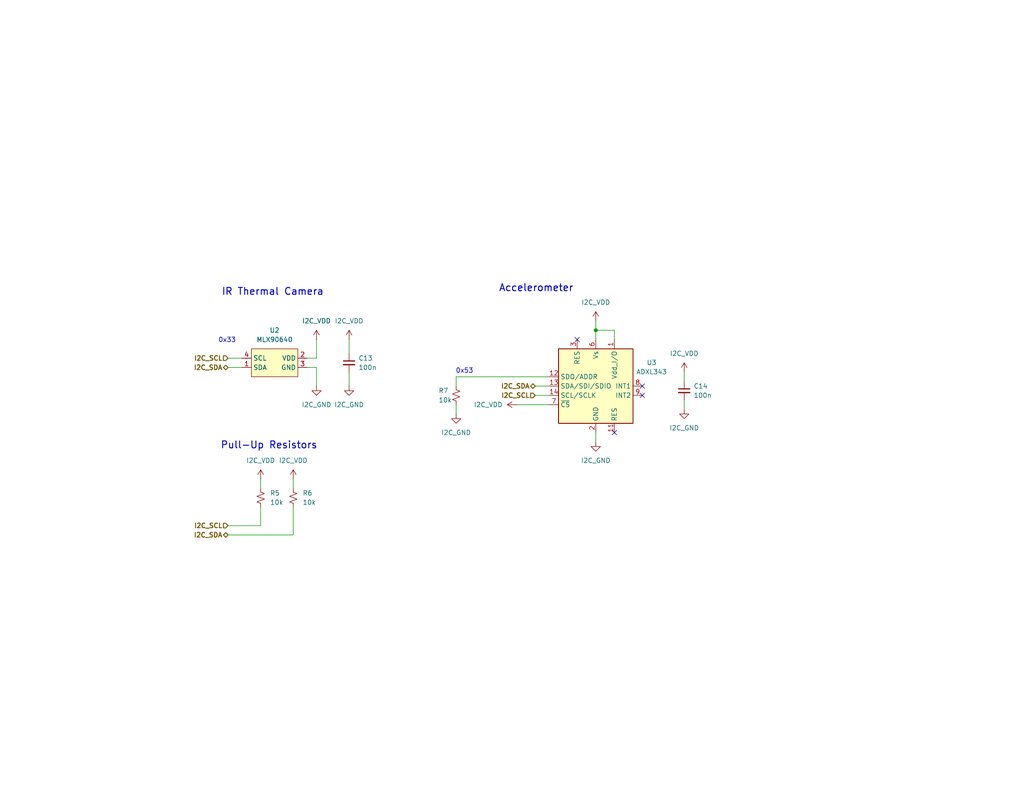
<source format=kicad_sch>
(kicad_sch (version 20250114) (generator "eeschema") (generator_version "9.0")
  (paper "USLetter")
  (title_block (title "Sensors") (rev "1.0"))
  (lib_symbols
    (symbol "Device:C_Small" (pin_numbers (hide yes)) (pin_names (offset 0.254) (hide yes))
      (property "Reference" "C" (at 0.254 1.778 0))
      (property "Value" "C_Small" (at 0.254 -2.032 0))
      (symbol "C_Small_0_1"
        (polyline (pts (xy -1.524 0.508) (xy 1.524 0.508)) (stroke (width 0.3048)))
        (polyline (pts (xy -1.524 -0.508) (xy 1.524 -0.508)) (stroke (width 0.3302)))
      )
      (symbol "C_Small_1_1"
        (pin passive line (at 0 2.54 270) (length 2.032) (name "~") (number "1"))
        (pin passive line (at 0 -2.54 90) (length 2.032) (name "~") (number "2"))
      )
    )
    (symbol "Device:R_Small_US" (pin_numbers (hide yes)) (pin_names (offset 0.254) (hide yes))
      (property "Reference" "R" (at 0.762 0.508 0))
      (property "Value" "R_Small_US" (at 0.762 -1.016 0))
      (symbol "R_Small_US_1_1"
        (polyline (pts (xy 0 1.524) (xy 1.016 1.143) (xy 0 0.762) (xy -1.016 0.381) (xy 0 0)))
        (polyline (pts (xy 0 0) (xy 1.016 -0.381) (xy 0 -0.762) (xy -1.016 -1.143) (xy 0 -1.524)))
        (pin passive line (at 0 2.54 270) (length 1.016) (name "~") (number "1"))
        (pin passive line (at 0 -2.54 90) (length 1.016) (name "~") (number "2"))
      )
    )
    (symbol "Sensor_Motion:ADXL343"
      (property "Reference" "U" (at -8.89 11.43 0))
      (property "Value" "ADXL343" (at -7.62 -11.43 0))
      (symbol "ADXL343_0_1"
        (rectangle (start -10.16 10.16) (end 10.16 -10.16) (stroke (width 0.254)) (fill (type background)))
      )
      (symbol "ADXL343_1_1"
        (pin bidirectional line (at -12.7 2.54 0) (length 2.54) (name "SDO/ADDR") (number "12"))
        (pin bidirectional line (at -12.7 0 0) (length 2.54) (name "SDA/SDI/SDIO") (number "13"))
        (pin input line (at -12.7 -2.54 0) (length 2.54) (name "SCL/SCLK") (number "14"))
        (pin input line (at -12.7 -5.08 0) (length 2.54) (name "~{CS}") (number "7"))
        (pin passive line (at -5.08 12.7 270) (length 2.54) (name "RES") (number "3"))
        (pin no_connect line (at -5.08 -10.16 90) (length 2.54) (hide yes) (name "NC") (number "10"))
        (pin power_in line (at 0 12.7 270) (length 2.54) (name "Vs") (number "6"))
        (pin power_in line (at 0 -12.7 90) (length 2.54) (name "GND") (number "2"))
        (pin passive line (at 0 -12.7 90) (length 2.54) (hide yes) (name "GND") (number "4"))
        (pin passive line (at 0 -12.7 90) (length 2.54) (hide yes) (name "GND") (number "5"))
        (pin power_in line (at 5.08 12.7 270) (length 2.54) (name "Vdd_I/O") (number "1"))
        (pin passive line (at 5.08 -12.7 90) (length 2.54) (name "RES") (number "11"))
        (pin output line (at 12.7 0 180) (length 2.54) (name "INT1") (number "8"))
        (pin output line (at 12.7 -2.54 180) (length 2.54) (name "INT2") (number "9"))
      )
    )
    (symbol "kjp_symlib:I2C_GND" (power) (pin_numbers (hide yes)) (pin_names (offset 0) (hide yes))
      (property "Value" "I2C_GND" (at 0 -3.81 0))
      (symbol "I2C_GND_0_1"
        (polyline (pts (xy 0 0) (xy 0 -1.27) (xy 1.27 -1.27) (xy 0 -2.54) (xy -1.27 -1.27) (xy 0 -1.27)))
      )
      (symbol "I2C_GND_1_1"
        (pin power_in line (at 0 0 270) (length 0) (name "~") (number "1"))
      )
    )
    (symbol "kjp_symlib:I2C_VDD" (power) (pin_numbers (hide yes)) (pin_names (offset 0) (hide yes))
      (property "Value" "I2C_VDD" (at 0 3.556 0))
      (symbol "I2C_VDD_0_1"
        (polyline (pts (xy -0.762 1.27) (xy 0 2.54)))
        (polyline (pts (xy 0 2.54) (xy 0.762 1.27)))
        (polyline (pts (xy 0 0) (xy 0 2.54)))
      )
      (symbol "I2C_VDD_1_1"
        (pin power_in line (at 0 0 90) (length 0) (name "~") (number "1"))
      )
    )
    (symbol "kjp_symlib:MLX90640"
      (property "Reference" "U" (at -5.588 7.112 0))
      (property "Value" "MLX90640" (at -1.524 5.08 0))
      (symbol "MLX90640_1_1"
        (rectangle (start -6.35 3.81) (end 6.35 -3.81) (fill (type background)))
        (pin input line (at -8.89 1.27 0) (length 2.54) (name "SCL") (number "4"))
        (pin bidirectional line (at -8.89 -1.27 0) (length 2.54) (name "SDA") (number "1"))
        (pin power_in line (at 8.89 1.27 180) (length 2.54) (name "VDD") (number "2"))
        (pin power_in line (at 8.89 -1.27 180) (length 2.54) (name "GND") (number "3"))
      )
    )
  )
  (text "0x53" (at 126.746 101.346 0) (effects (font (size 1.27 1.27) (thickness 0.1588))))
  (text "IR Thermal Camera" (at 74.422 79.756 0) (effects (font (size 1.905 1.905) (thickness 0.254) (bold yes))))
  (text "Accelerometer" (at 146.304 78.74 0) (effects (font (size 1.905 1.905) (thickness 0.254) (bold yes))))
  (text "0x33" (at 61.976 92.964 0) (effects (font (size 1.27 1.27) (thickness 0.1588))))
  (text "Pull-Up Resistors" (at 73.406 121.666 0) (effects (font (size 1.905 1.905) (thickness 0.254) (bold yes))))
  (junction (at 162.56 90.17))
  (no_connect (at 175.26 105.41))
  (no_connect (at 167.64 118.11))
  (no_connect (at 175.26 107.95))
  (no_connect (at 157.48 92.71))
  (wire (pts (xy 146.05 105.41) (xy 149.86 105.41)))
  (wire (pts (xy 80.01 130.81) (xy 80.01 133.35)))
  (wire (pts (xy 62.23 97.79) (xy 66.04 97.79)))
  (wire (pts (xy 86.36 92.71) (xy 86.36 97.79)))
  (wire (pts (xy 62.23 100.33) (xy 66.04 100.33)))
  (wire (pts (xy 71.12 138.43) (xy 71.12 143.51)))
  (wire (pts (xy 162.56 87.63) (xy 162.56 90.17)))
  (wire (pts (xy 80.01 138.43) (xy 80.01 146.05)))
  (wire (pts (xy 140.97 110.49) (xy 149.86 110.49)))
  (wire (pts (xy 95.25 92.71) (xy 95.25 96.52)))
  (wire (pts (xy 124.46 110.49) (xy 124.46 113.03)))
  (wire (pts (xy 86.36 100.33) (xy 83.82 100.33)))
  (wire (pts (xy 186.69 101.6) (xy 186.69 104.14)))
  (wire (pts (xy 86.36 105.41) (xy 86.36 100.33)))
  (wire (pts (xy 124.46 105.41) (xy 124.46 102.87)))
  (wire (pts (xy 186.69 109.22) (xy 186.69 111.76)))
  (wire (pts (xy 62.23 146.05) (xy 80.01 146.05)))
  (wire (pts (xy 62.23 143.51) (xy 71.12 143.51)))
  (wire (pts (xy 162.56 90.17) (xy 167.64 90.17)))
  (wire (pts (xy 162.56 118.11) (xy 162.56 120.65)))
  (wire (pts (xy 95.25 101.6) (xy 95.25 105.41)))
  (wire (pts (xy 124.46 102.87) (xy 149.86 102.87)))
  (wire (pts (xy 71.12 130.81) (xy 71.12 133.35)))
  (wire (pts (xy 162.56 90.17) (xy 162.56 92.71)))
  (wire (pts (xy 146.05 107.95) (xy 149.86 107.95)))
  (wire (pts (xy 86.36 97.79) (xy 83.82 97.79)))
  (wire (pts (xy 167.64 90.17) (xy 167.64 92.71)))
  (hierarchical_label "I2C_SDA" (shape bidirectional) (at 62.23 146.05 180) (effects (font (thickness 0.254) (bold yes))))
  (hierarchical_label "I2C_SCL" (shape input) (at 146.05 107.95 180) (effects (font (thickness 0.254) (bold yes))))
  (hierarchical_label "I2C_SCL" (shape input) (at 62.23 143.51 180) (effects (font (thickness 0.254) (bold yes))))
  (hierarchical_label "I2C_SDA" (shape bidirectional) (at 146.05 105.41 180) (effects (font (thickness 0.254) (bold yes))))
  (hierarchical_label "I2C_SCL" (shape input) (at 62.23 97.79 180) (effects (font (thickness 0.254) (bold yes))))
  (hierarchical_label "I2C_SDA" (shape bidirectional) (at 62.23 100.33 180) (effects (font (thickness 0.254) (bold yes))))
  (symbol (lib_id "Device:R_Small_US") (at 124.46 107.95 180) (unit 1)
    (property "Reference" "R7" (at 119.634 106.68 0) (effects (justify right)))
    (property "Value" "10k" (at 119.634 109.22 0) (effects (justify right)))
    (property "Footprint" "Resistor_SMD:R_0402_1005Metric" (effects (hide yes)))
    (property "Description" "Resistor, small US symbol" (effects (hide yes)))
  )
  (symbol (lib_id "kjp_symlib:I2C_VDD") (at 71.12 130.81 0) (unit 1)
    (property "Reference" "#PWR035" (effects (hide yes)))
    (property "Value" "I2C_VDD" (at 71.12 125.73 0))
    (property "Description" "Power symbol creates a global label with name \"I2C_VDD\"" (effects (hide yes)))
  )
  (symbol (lib_id "kjp_symlib:I2C_GND") (at 86.36 105.41 0) (unit 1)
    (property "Reference" "#PWR038" (effects (hide yes)))
    (property "Value" "I2C_GND" (at 86.36 110.49 0))
    (property "Description" "Power symbol creates a global label with name \"I2C_GND\" , ground" (effects (hide yes)))
  )
  (symbol (lib_id "Device:C_Small") (at 186.69 106.68 0) (unit 1)
    (property "Reference" "C14" (at 189.23 105.4162 0) (effects (justify left)))
    (property "Value" "100n" (at 189.23 107.9562 0) (effects (justify left)))
    (property "Footprint" "Capacitor_SMD:C_0402_1005Metric" (effects (hide yes)))
    (property "Description" "Unpolarized capacitor, small symbol" (effects (hide yes)))
  )
  (symbol (lib_id "Device:R_Small_US") (at 71.12 135.89 0) (unit 1)
    (property "Reference" "R5" (at 73.66 134.6199 0) (effects (justify left)))
    (property "Value" "10k" (at 73.66 137.1599 0) (effects (justify left)))
    (property "Footprint" "Resistor_SMD:R_0402_1005Metric" (effects (hide yes)))
    (property "Description" "Resistor, small US symbol" (effects (hide yes)))
  )
  (symbol (lib_id "kjp_symlib:I2C_VDD") (at 95.25 92.71 0) (unit 1)
    (property "Reference" "#PWR039" (effects (hide yes)))
    (property "Value" "I2C_VDD" (at 95.25 87.63 0))
    (property "Description" "Power symbol creates a global label with name \"I2C_VDD\"" (effects (hide yes)))
  )
  (symbol (lib_id "kjp_symlib:I2C_VDD") (at 86.36 92.71 0) (unit 1)
    (property "Reference" "#PWR037" (effects (hide yes)))
    (property "Value" "I2C_VDD" (at 86.36 87.63 0))
    (property "Description" "Power symbol creates a global label with name \"I2C_VDD\"" (effects (hide yes)))
  )
  (symbol (lib_id "kjp_symlib:I2C_GND") (at 186.69 111.76 0) (unit 1)
    (property "Reference" "#PWR046" (effects (hide yes)))
    (property "Value" "I2C_GND" (at 186.69 116.84 0))
    (property "Description" "Power symbol creates a global label with name \"I2C_GND\" , ground" (effects (hide yes)))
  )
  (symbol (lib_id "kjp_symlib:I2C_GND") (at 162.56 120.65 0) (unit 1)
    (property "Reference" "#PWR044" (effects (hide yes)))
    (property "Value" "I2C_GND" (at 162.56 125.73 0))
    (property "Description" "Power symbol creates a global label with name \"I2C_GND\" , ground" (effects (hide yes)))
  )
  (symbol (lib_id "kjp_symlib:I2C_GND") (at 95.25 105.41 0) (unit 1)
    (property "Reference" "#PWR040" (effects (hide yes)))
    (property "Value" "I2C_GND" (at 95.25 110.49 0))
    (property "Description" "Power symbol creates a global label with name \"I2C_GND\" , ground" (effects (hide yes)))
  )
  (symbol (lib_id "kjp_symlib:I2C_VDD") (at 186.69 101.6 0) (unit 1)
    (property "Reference" "#PWR045" (effects (hide yes)))
    (property "Value" "I2C_VDD" (at 186.69 96.52 0))
    (property "Description" "Power symbol creates a global label with name \"I2C_VDD\"" (effects (hide yes)))
  )
  (symbol (lib_id "kjp_symlib:MLX90640") (at 74.93 99.06 0) (unit 1)
    (property "Reference" "U2" (at 74.93 90.17 0))
    (property "Value" "MLX90640" (at 74.93 92.71 0))
    (property "Footprint" "kjp_fplib:MLX90640" (effects (hide yes)))
  )
  (symbol (lib_id "Sensor_Motion:ADXL343") (at 162.56 105.41 0) (unit 1)
    (property "Reference" "U3" (at 177.8 98.9898 0))
    (property "Value" "ADXL343" (at 177.8 101.5298 0))
    (property "Footprint" "Package_LGA:LGA-14_3x5mm_P0.8mm_LayoutBorder1x6y" (effects (hide yes)))
    (property "Datasheet" "https://www.analog.com/media/en/technical-documentation/data-sheets/ADXL343.pdf" (effects (hide yes)))
    (property "Description" "3-Axis MEMS Accelerometer, 2/4/8/16g range, I2C/SPI, LGA-14" (effects (hide yes)))
  )
  (symbol (lib_id "kjp_symlib:I2C_GND") (at 124.46 113.03 0) (unit 1)
    (property "Reference" "#PWR041" (effects (hide yes)))
    (property "Value" "I2C_GND" (at 124.46 118.11 0))
    (property "Description" "Power symbol creates a global label with name \"I2C_GND\" , ground" (effects (hide yes)))
  )
  (symbol (lib_id "Device:C_Small") (at 95.25 99.06 0) (unit 1)
    (property "Reference" "C13" (at 97.79 97.7962 0) (effects (justify left)))
    (property "Value" "100n" (at 97.79 100.3362 0) (effects (justify left)))
    (property "Footprint" "Capacitor_SMD:C_0402_1005Metric" (effects (hide yes)))
    (property "Description" "Unpolarized capacitor, small symbol" (effects (hide yes)))
  )
  (symbol (lib_id "kjp_symlib:I2C_VDD") (at 140.97 110.49 90) (unit 1)
    (property "Reference" "#PWR042" (effects (hide yes)))
    (property "Value" "I2C_VDD" (at 137.16 110.4899 90) (effects (justify left)))
    (property "Description" "Power symbol creates a global label with name \"I2C_VDD\"" (effects (hide yes)))
  )
  (symbol (lib_id "kjp_symlib:I2C_VDD") (at 162.56 87.63 0) (unit 1)
    (property "Reference" "#PWR043" (effects (hide yes)))
    (property "Value" "I2C_VDD" (at 162.56 82.55 0))
    (property "Description" "Power symbol creates a global label with name \"I2C_VDD\"" (effects (hide yes)))
  )
  (symbol (lib_id "Device:R_Small_US") (at 80.01 135.89 0) (unit 1)
    (property "Reference" "R6" (at 82.55 134.6199 0) (effects (justify left)))
    (property "Value" "10k" (at 82.55 137.1599 0) (effects (justify left)))
    (property "Footprint" "Resistor_SMD:R_0402_1005Metric" (effects (hide yes)))
    (property "Description" "Resistor, small US symbol" (effects (hide yes)))
  )
  (symbol (lib_id "kjp_symlib:I2C_VDD") (at 80.01 130.81 0) (unit 1)
    (property "Reference" "#PWR036" (effects (hide yes)))
    (property "Value" "I2C_VDD" (at 80.01 125.73 0))
    (property "Description" "Power symbol creates a global label with name \"I2C_VDD\"" (effects (hide yes)))
  )
)
</source>
